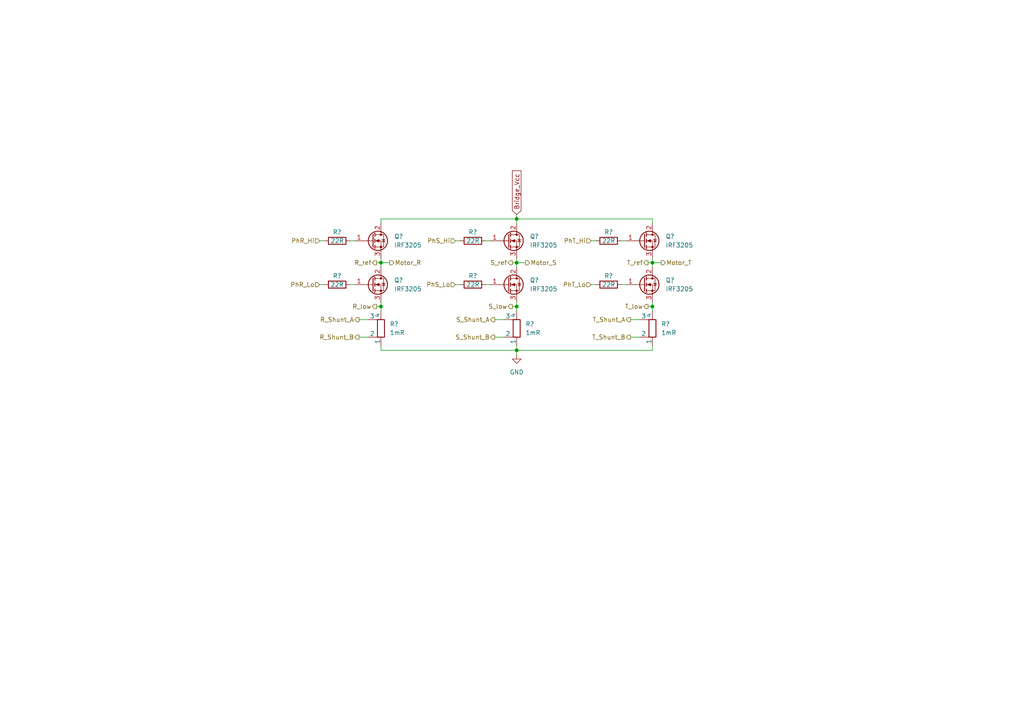
<source format=kicad_sch>
(kicad_sch (version 20211123) (generator eeschema)

  (uuid 7cdaa5eb-02f5-42c8-ab70-64101768442c)

  (paper "A4")

  (title_block
    (title "3 Phase Mosfet Bridge")
    (date "2023-02-12")
    (rev "v1")
    (comment 1 "Lecturer: Prof. Hacı Bodur")
    (comment 2 "Electrical Engineering course in Yildiz Technical University")
    (comment 3 "This design is for ELM4000 class which is graduation project on")
    (comment 4 "Author: Yunus Emre AYAN")
  )

  (lib_symbols
    (symbol "Device:R" (pin_numbers hide) (pin_names (offset 0)) (in_bom yes) (on_board yes)
      (property "Reference" "R" (id 0) (at 2.032 0 90)
        (effects (font (size 1.27 1.27)))
      )
      (property "Value" "R" (id 1) (at 0 0 90)
        (effects (font (size 1.27 1.27)))
      )
      (property "Footprint" "" (id 2) (at -1.778 0 90)
        (effects (font (size 1.27 1.27)) hide)
      )
      (property "Datasheet" "~" (id 3) (at 0 0 0)
        (effects (font (size 1.27 1.27)) hide)
      )
      (property "ki_keywords" "R res resistor" (id 4) (at 0 0 0)
        (effects (font (size 1.27 1.27)) hide)
      )
      (property "ki_description" "Resistor" (id 5) (at 0 0 0)
        (effects (font (size 1.27 1.27)) hide)
      )
      (property "ki_fp_filters" "R_*" (id 6) (at 0 0 0)
        (effects (font (size 1.27 1.27)) hide)
      )
      (symbol "R_0_1"
        (rectangle (start -1.016 -2.54) (end 1.016 2.54)
          (stroke (width 0.254) (type default) (color 0 0 0 0))
          (fill (type none))
        )
      )
      (symbol "R_1_1"
        (pin passive line (at 0 3.81 270) (length 1.27)
          (name "~" (effects (font (size 1.27 1.27))))
          (number "1" (effects (font (size 1.27 1.27))))
        )
        (pin passive line (at 0 -3.81 90) (length 1.27)
          (name "~" (effects (font (size 1.27 1.27))))
          (number "2" (effects (font (size 1.27 1.27))))
        )
      )
    )
    (symbol "Device:R_Shunt" (pin_numbers hide) (pin_names (offset 0)) (in_bom yes) (on_board yes)
      (property "Reference" "R" (id 0) (at -4.445 0 90)
        (effects (font (size 1.27 1.27)))
      )
      (property "Value" "R_Shunt" (id 1) (at -2.54 0 90)
        (effects (font (size 1.27 1.27)))
      )
      (property "Footprint" "" (id 2) (at -1.778 0 90)
        (effects (font (size 1.27 1.27)) hide)
      )
      (property "Datasheet" "~" (id 3) (at 0 0 0)
        (effects (font (size 1.27 1.27)) hide)
      )
      (property "ki_keywords" "R res shunt resistor" (id 4) (at 0 0 0)
        (effects (font (size 1.27 1.27)) hide)
      )
      (property "ki_description" "Shunt resistor" (id 5) (at 0 0 0)
        (effects (font (size 1.27 1.27)) hide)
      )
      (property "ki_fp_filters" "R_*Shunt*" (id 6) (at 0 0 0)
        (effects (font (size 1.27 1.27)) hide)
      )
      (symbol "R_Shunt_0_1"
        (rectangle (start -1.016 -2.54) (end 1.016 2.54)
          (stroke (width 0.254) (type default) (color 0 0 0 0))
          (fill (type none))
        )
        (polyline
          (pts
            (xy 0 -2.54)
            (xy 1.27 -2.54)
          )
          (stroke (width 0) (type default) (color 0 0 0 0))
          (fill (type none))
        )
        (polyline
          (pts
            (xy 1.27 2.54)
            (xy 0 2.54)
          )
          (stroke (width 0) (type default) (color 0 0 0 0))
          (fill (type none))
        )
      )
      (symbol "R_Shunt_1_1"
        (pin passive line (at 0 5.08 270) (length 2.54)
          (name "1" (effects (font (size 1.27 1.27))))
          (number "1" (effects (font (size 1.27 1.27))))
        )
        (pin passive line (at 3.81 2.54 180) (length 2.54)
          (name "2" (effects (font (size 1.27 1.27))))
          (number "2" (effects (font (size 1.27 1.27))))
        )
        (pin passive line (at 3.81 -2.54 180) (length 2.54)
          (name "3" (effects (font (size 1.27 1.27))))
          (number "3" (effects (font (size 1.27 1.27))))
        )
        (pin passive line (at 0 -5.08 90) (length 2.54)
          (name "4" (effects (font (size 1.27 1.27))))
          (number "4" (effects (font (size 1.27 1.27))))
        )
      )
    )
    (symbol "Transistor_FET:IRF3205" (pin_names hide) (in_bom yes) (on_board yes)
      (property "Reference" "Q" (id 0) (at 6.35 1.905 0)
        (effects (font (size 1.27 1.27)) (justify left))
      )
      (property "Value" "IRF3205" (id 1) (at 6.35 0 0)
        (effects (font (size 1.27 1.27)) (justify left))
      )
      (property "Footprint" "Package_TO_SOT_THT:TO-220-3_Vertical" (id 2) (at 6.35 -1.905 0)
        (effects (font (size 1.27 1.27) italic) (justify left) hide)
      )
      (property "Datasheet" "http://www.irf.com/product-info/datasheets/data/irf3205.pdf" (id 3) (at 0 0 0)
        (effects (font (size 1.27 1.27)) (justify left) hide)
      )
      (property "ki_keywords" "Single N-Channel HEXFET Power MOSFET" (id 4) (at 0 0 0)
        (effects (font (size 1.27 1.27)) hide)
      )
      (property "ki_description" "110A Id, 55V Vds, Single N-Channel HEXFET Power MOSFET, 8mOhm Ron, TO-220AB" (id 5) (at 0 0 0)
        (effects (font (size 1.27 1.27)) hide)
      )
      (property "ki_fp_filters" "TO?220*" (id 6) (at 0 0 0)
        (effects (font (size 1.27 1.27)) hide)
      )
      (symbol "IRF3205_0_1"
        (polyline
          (pts
            (xy 0.254 0)
            (xy -2.54 0)
          )
          (stroke (width 0) (type default) (color 0 0 0 0))
          (fill (type none))
        )
        (polyline
          (pts
            (xy 0.254 1.905)
            (xy 0.254 -1.905)
          )
          (stroke (width 0.254) (type default) (color 0 0 0 0))
          (fill (type none))
        )
        (polyline
          (pts
            (xy 0.762 -1.27)
            (xy 0.762 -2.286)
          )
          (stroke (width 0.254) (type default) (color 0 0 0 0))
          (fill (type none))
        )
        (polyline
          (pts
            (xy 0.762 0.508)
            (xy 0.762 -0.508)
          )
          (stroke (width 0.254) (type default) (color 0 0 0 0))
          (fill (type none))
        )
        (polyline
          (pts
            (xy 0.762 2.286)
            (xy 0.762 1.27)
          )
          (stroke (width 0.254) (type default) (color 0 0 0 0))
          (fill (type none))
        )
        (polyline
          (pts
            (xy 2.54 2.54)
            (xy 2.54 1.778)
          )
          (stroke (width 0) (type default) (color 0 0 0 0))
          (fill (type none))
        )
        (polyline
          (pts
            (xy 2.54 -2.54)
            (xy 2.54 0)
            (xy 0.762 0)
          )
          (stroke (width 0) (type default) (color 0 0 0 0))
          (fill (type none))
        )
        (polyline
          (pts
            (xy 0.762 -1.778)
            (xy 3.302 -1.778)
            (xy 3.302 1.778)
            (xy 0.762 1.778)
          )
          (stroke (width 0) (type default) (color 0 0 0 0))
          (fill (type none))
        )
        (polyline
          (pts
            (xy 1.016 0)
            (xy 2.032 0.381)
            (xy 2.032 -0.381)
            (xy 1.016 0)
          )
          (stroke (width 0) (type default) (color 0 0 0 0))
          (fill (type outline))
        )
        (polyline
          (pts
            (xy 2.794 0.508)
            (xy 2.921 0.381)
            (xy 3.683 0.381)
            (xy 3.81 0.254)
          )
          (stroke (width 0) (type default) (color 0 0 0 0))
          (fill (type none))
        )
        (polyline
          (pts
            (xy 3.302 0.381)
            (xy 2.921 -0.254)
            (xy 3.683 -0.254)
            (xy 3.302 0.381)
          )
          (stroke (width 0) (type default) (color 0 0 0 0))
          (fill (type none))
        )
        (circle (center 1.651 0) (radius 2.794)
          (stroke (width 0.254) (type default) (color 0 0 0 0))
          (fill (type none))
        )
        (circle (center 2.54 -1.778) (radius 0.254)
          (stroke (width 0) (type default) (color 0 0 0 0))
          (fill (type outline))
        )
        (circle (center 2.54 1.778) (radius 0.254)
          (stroke (width 0) (type default) (color 0 0 0 0))
          (fill (type outline))
        )
      )
      (symbol "IRF3205_1_1"
        (pin input line (at -5.08 0 0) (length 2.54)
          (name "G" (effects (font (size 1.27 1.27))))
          (number "1" (effects (font (size 1.27 1.27))))
        )
        (pin passive line (at 2.54 5.08 270) (length 2.54)
          (name "D" (effects (font (size 1.27 1.27))))
          (number "2" (effects (font (size 1.27 1.27))))
        )
        (pin passive line (at 2.54 -5.08 90) (length 2.54)
          (name "S" (effects (font (size 1.27 1.27))))
          (number "3" (effects (font (size 1.27 1.27))))
        )
      )
    )
    (symbol "power:GND" (power) (pin_names (offset 0)) (in_bom yes) (on_board yes)
      (property "Reference" "#PWR" (id 0) (at 0 -6.35 0)
        (effects (font (size 1.27 1.27)) hide)
      )
      (property "Value" "GND" (id 1) (at 0 -3.81 0)
        (effects (font (size 1.27 1.27)))
      )
      (property "Footprint" "" (id 2) (at 0 0 0)
        (effects (font (size 1.27 1.27)) hide)
      )
      (property "Datasheet" "" (id 3) (at 0 0 0)
        (effects (font (size 1.27 1.27)) hide)
      )
      (property "ki_keywords" "global power" (id 4) (at 0 0 0)
        (effects (font (size 1.27 1.27)) hide)
      )
      (property "ki_description" "Power symbol creates a global label with name \"GND\" , ground" (id 5) (at 0 0 0)
        (effects (font (size 1.27 1.27)) hide)
      )
      (symbol "GND_0_1"
        (polyline
          (pts
            (xy 0 0)
            (xy 0 -1.27)
            (xy 1.27 -1.27)
            (xy 0 -2.54)
            (xy -1.27 -1.27)
            (xy 0 -1.27)
          )
          (stroke (width 0) (type default) (color 0 0 0 0))
          (fill (type none))
        )
      )
      (symbol "GND_1_1"
        (pin power_in line (at 0 0 270) (length 0) hide
          (name "GND" (effects (font (size 1.27 1.27))))
          (number "1" (effects (font (size 1.27 1.27))))
        )
      )
    )
  )

  (junction (at 149.86 76.2) (diameter 0) (color 0 0 0 0)
    (uuid 03cc46ed-cc4d-4b6b-9676-48eaca432817)
  )
  (junction (at 149.86 88.9) (diameter 0) (color 0 0 0 0)
    (uuid 29fc747f-9bf3-4533-b42b-59d72c60109c)
  )
  (junction (at 189.23 88.9) (diameter 0) (color 0 0 0 0)
    (uuid 6bc84a94-6156-4b7b-a8d8-49a3c78ddd4b)
  )
  (junction (at 110.49 88.9) (diameter 0) (color 0 0 0 0)
    (uuid 96d551f3-5602-4adc-8464-2acc35285e64)
  )
  (junction (at 110.49 76.2) (diameter 0) (color 0 0 0 0)
    (uuid 9970e22c-7133-4270-80eb-d7f95dc26c94)
  )
  (junction (at 149.86 63.5) (diameter 0) (color 0 0 0 0)
    (uuid b416bc8a-64ce-450a-abdb-6cf7b7de732c)
  )
  (junction (at 189.23 76.2) (diameter 0) (color 0 0 0 0)
    (uuid dde62dea-a9f1-4204-ae2c-2d937a8160fe)
  )
  (junction (at 149.86 101.6) (diameter 0) (color 0 0 0 0)
    (uuid f64f78ae-4b6a-43df-a09d-0b44cb95ba6d)
  )

  (wire (pts (xy 149.86 88.9) (xy 149.86 90.17))
    (stroke (width 0) (type default) (color 0 0 0 0))
    (uuid 04c69ecb-fcd9-4636-b539-fbc4656b93bd)
  )
  (wire (pts (xy 189.23 64.77) (xy 189.23 63.5))
    (stroke (width 0) (type default) (color 0 0 0 0))
    (uuid 0c11916b-37fd-4b41-8e2a-0f62b7013026)
  )
  (wire (pts (xy 110.49 76.2) (xy 113.03 76.2))
    (stroke (width 0) (type default) (color 0 0 0 0))
    (uuid 0c9da9e6-8dd7-4af6-826d-c260236ad222)
  )
  (wire (pts (xy 104.14 92.71) (xy 106.68 92.71))
    (stroke (width 0) (type default) (color 0 0 0 0))
    (uuid 159f715c-b21b-4c60-9b94-e9bf42a912e1)
  )
  (wire (pts (xy 143.51 97.79) (xy 146.05 97.79))
    (stroke (width 0) (type default) (color 0 0 0 0))
    (uuid 19175743-36a0-4010-a944-17c727f177e2)
  )
  (wire (pts (xy 140.97 82.55) (xy 142.24 82.55))
    (stroke (width 0) (type default) (color 0 0 0 0))
    (uuid 1d99a093-943f-47fb-9384-3cc5cfca16be)
  )
  (wire (pts (xy 110.49 74.93) (xy 110.49 76.2))
    (stroke (width 0) (type default) (color 0 0 0 0))
    (uuid 2171286c-4d10-4679-96dd-50f7417857e9)
  )
  (wire (pts (xy 109.22 88.9) (xy 110.49 88.9))
    (stroke (width 0) (type default) (color 0 0 0 0))
    (uuid 2b79cf32-a8bd-412d-99bf-f897947e8201)
  )
  (wire (pts (xy 149.86 63.5) (xy 189.23 63.5))
    (stroke (width 0) (type default) (color 0 0 0 0))
    (uuid 2ce1a18f-0129-4e58-a01f-bde494c2d826)
  )
  (wire (pts (xy 143.51 92.71) (xy 146.05 92.71))
    (stroke (width 0) (type default) (color 0 0 0 0))
    (uuid 2ceff25f-651a-468c-a6a2-f35fae89c201)
  )
  (wire (pts (xy 171.45 82.55) (xy 172.72 82.55))
    (stroke (width 0) (type default) (color 0 0 0 0))
    (uuid 2d052392-0a9e-4a95-90c2-97a0d3eb9b97)
  )
  (wire (pts (xy 148.59 76.2) (xy 149.86 76.2))
    (stroke (width 0) (type default) (color 0 0 0 0))
    (uuid 340907cc-68c7-4238-8a43-407efa2034ad)
  )
  (wire (pts (xy 180.34 69.85) (xy 181.61 69.85))
    (stroke (width 0) (type default) (color 0 0 0 0))
    (uuid 36ba519e-1c0d-4218-8299-365aecce487e)
  )
  (wire (pts (xy 149.86 63.5) (xy 149.86 64.77))
    (stroke (width 0) (type default) (color 0 0 0 0))
    (uuid 3a148efb-8530-4a37-9ed1-f218c0d708d7)
  )
  (wire (pts (xy 148.59 88.9) (xy 149.86 88.9))
    (stroke (width 0) (type default) (color 0 0 0 0))
    (uuid 3bf3dde1-589b-4bf4-be4b-8d5bf4acc421)
  )
  (wire (pts (xy 189.23 76.2) (xy 189.23 77.47))
    (stroke (width 0) (type default) (color 0 0 0 0))
    (uuid 41e39e92-69f5-4652-b7d7-6b4b1afd8ae3)
  )
  (wire (pts (xy 149.86 74.93) (xy 149.86 76.2))
    (stroke (width 0) (type default) (color 0 0 0 0))
    (uuid 4cf71e65-6e88-452f-b072-e8211af1b00f)
  )
  (wire (pts (xy 110.49 88.9) (xy 110.49 90.17))
    (stroke (width 0) (type default) (color 0 0 0 0))
    (uuid 58b20c2c-363c-477f-8c42-f64bbc7f34e2)
  )
  (wire (pts (xy 149.86 101.6) (xy 189.23 101.6))
    (stroke (width 0) (type default) (color 0 0 0 0))
    (uuid 71e070a3-ba9c-4fd1-bf5c-321438484684)
  )
  (wire (pts (xy 149.86 62.23) (xy 149.86 63.5))
    (stroke (width 0) (type default) (color 0 0 0 0))
    (uuid 72105a42-fa26-4f88-a37b-c8345d77652d)
  )
  (wire (pts (xy 187.96 76.2) (xy 189.23 76.2))
    (stroke (width 0) (type default) (color 0 0 0 0))
    (uuid 727384cc-069b-43a9-a889-a99ccd54a498)
  )
  (wire (pts (xy 132.08 69.85) (xy 133.35 69.85))
    (stroke (width 0) (type default) (color 0 0 0 0))
    (uuid 760c152f-2642-4d9b-bbf8-c664b5e823bf)
  )
  (wire (pts (xy 109.22 76.2) (xy 110.49 76.2))
    (stroke (width 0) (type default) (color 0 0 0 0))
    (uuid 76662a0e-1a13-4c5c-a05b-bf9b49318a10)
  )
  (wire (pts (xy 92.71 82.55) (xy 93.98 82.55))
    (stroke (width 0) (type default) (color 0 0 0 0))
    (uuid 86970ac0-83a3-45ed-b9d7-3c64a980dc9f)
  )
  (wire (pts (xy 101.6 69.85) (xy 102.87 69.85))
    (stroke (width 0) (type default) (color 0 0 0 0))
    (uuid 87b4a3e4-d84b-44ed-9848-d753906bd98c)
  )
  (wire (pts (xy 189.23 74.93) (xy 189.23 76.2))
    (stroke (width 0) (type default) (color 0 0 0 0))
    (uuid 8facf5a0-a5d5-44e5-a0c3-e805095eec4d)
  )
  (wire (pts (xy 189.23 88.9) (xy 189.23 90.17))
    (stroke (width 0) (type default) (color 0 0 0 0))
    (uuid 99a4dd60-8f8f-4d76-af2b-01045f09064d)
  )
  (wire (pts (xy 187.96 88.9) (xy 189.23 88.9))
    (stroke (width 0) (type default) (color 0 0 0 0))
    (uuid 9daa5874-3fc9-498f-b51b-a33c5bfba078)
  )
  (wire (pts (xy 110.49 64.77) (xy 110.49 63.5))
    (stroke (width 0) (type default) (color 0 0 0 0))
    (uuid a105950b-df10-4e15-a3ff-a3239f744f9a)
  )
  (wire (pts (xy 101.6 82.55) (xy 102.87 82.55))
    (stroke (width 0) (type default) (color 0 0 0 0))
    (uuid a61537de-c2ca-486f-bee7-e56fcc7d2e4a)
  )
  (wire (pts (xy 149.86 87.63) (xy 149.86 88.9))
    (stroke (width 0) (type default) (color 0 0 0 0))
    (uuid aa2630d0-f693-4c9a-a6c6-84e4ebba1d14)
  )
  (wire (pts (xy 149.86 101.6) (xy 149.86 102.87))
    (stroke (width 0) (type default) (color 0 0 0 0))
    (uuid ab92fcbf-52b1-48d0-983c-0a44477afa7e)
  )
  (wire (pts (xy 189.23 100.33) (xy 189.23 101.6))
    (stroke (width 0) (type default) (color 0 0 0 0))
    (uuid b05cf9d7-a2d8-459a-ae60-5eaf0a5f457b)
  )
  (wire (pts (xy 182.88 97.79) (xy 185.42 97.79))
    (stroke (width 0) (type default) (color 0 0 0 0))
    (uuid b24f857f-0682-483d-8e10-61e1b877c280)
  )
  (wire (pts (xy 110.49 63.5) (xy 149.86 63.5))
    (stroke (width 0) (type default) (color 0 0 0 0))
    (uuid b45c4d29-35e4-402a-9a3f-1f0bc7acf486)
  )
  (wire (pts (xy 140.97 69.85) (xy 142.24 69.85))
    (stroke (width 0) (type default) (color 0 0 0 0))
    (uuid c7216abb-a55c-40d3-be75-3119865df180)
  )
  (wire (pts (xy 149.86 100.33) (xy 149.86 101.6))
    (stroke (width 0) (type default) (color 0 0 0 0))
    (uuid cb9ad900-8376-43d0-a451-268af4cc9f61)
  )
  (wire (pts (xy 92.71 69.85) (xy 93.98 69.85))
    (stroke (width 0) (type default) (color 0 0 0 0))
    (uuid cbfda42d-dd83-4c2e-9552-6bc6e8ce1480)
  )
  (wire (pts (xy 189.23 87.63) (xy 189.23 88.9))
    (stroke (width 0) (type default) (color 0 0 0 0))
    (uuid cdee2ec7-5b43-48e3-956a-53934f329542)
  )
  (wire (pts (xy 171.45 69.85) (xy 172.72 69.85))
    (stroke (width 0) (type default) (color 0 0 0 0))
    (uuid d093c421-187c-4c85-b004-25eb513b9504)
  )
  (wire (pts (xy 110.49 76.2) (xy 110.49 77.47))
    (stroke (width 0) (type default) (color 0 0 0 0))
    (uuid d97b9446-4b02-40e0-b288-5841902bf86d)
  )
  (wire (pts (xy 104.14 97.79) (xy 106.68 97.79))
    (stroke (width 0) (type default) (color 0 0 0 0))
    (uuid db5b0ba4-ad33-49ce-9589-4c6e742f4d4b)
  )
  (wire (pts (xy 132.08 82.55) (xy 133.35 82.55))
    (stroke (width 0) (type default) (color 0 0 0 0))
    (uuid dd33dd3d-e283-47b0-83cc-2fc4efde97e1)
  )
  (wire (pts (xy 180.34 82.55) (xy 181.61 82.55))
    (stroke (width 0) (type default) (color 0 0 0 0))
    (uuid dfd462b1-3742-4122-b520-ad581f813733)
  )
  (wire (pts (xy 149.86 76.2) (xy 149.86 77.47))
    (stroke (width 0) (type default) (color 0 0 0 0))
    (uuid e1b8edc2-b8c1-499f-95de-44e90e48dd88)
  )
  (wire (pts (xy 149.86 76.2) (xy 152.4 76.2))
    (stroke (width 0) (type default) (color 0 0 0 0))
    (uuid e7ab8151-7227-4e32-b114-02912401d49c)
  )
  (wire (pts (xy 110.49 87.63) (xy 110.49 88.9))
    (stroke (width 0) (type default) (color 0 0 0 0))
    (uuid e8816421-61ef-4055-b7f3-c222e1c8df43)
  )
  (wire (pts (xy 110.49 100.33) (xy 110.49 101.6))
    (stroke (width 0) (type default) (color 0 0 0 0))
    (uuid ed21870c-b9c4-48ba-8869-b14c45589dcd)
  )
  (wire (pts (xy 110.49 101.6) (xy 149.86 101.6))
    (stroke (width 0) (type default) (color 0 0 0 0))
    (uuid ed29cee3-3028-4719-9c26-f93a063b15e6)
  )
  (wire (pts (xy 182.88 92.71) (xy 185.42 92.71))
    (stroke (width 0) (type default) (color 0 0 0 0))
    (uuid f17ce7f4-be2f-4ff3-8a54-0b27ba478ff8)
  )
  (wire (pts (xy 189.23 76.2) (xy 191.77 76.2))
    (stroke (width 0) (type default) (color 0 0 0 0))
    (uuid fd2538fa-81d4-45f3-a3e0-adbcc98a0971)
  )

  (global_label "Bridge_Vcc" (shape input) (at 149.86 62.23 90) (fields_autoplaced)
    (effects (font (size 1.27 1.27)) (justify left))
    (uuid cd780e7c-9dbd-4962-8c55-92ee01586d47)
    (property "Intersheet References" "${INTERSHEET_REFS}" (id 0) (at 149.7806 49.5359 90)
      (effects (font (size 1.27 1.27)) (justify left) hide)
    )
  )

  (hierarchical_label "T_Shunt_B" (shape output) (at 182.88 97.79 180)
    (effects (font (size 1.27 1.27)) (justify right))
    (uuid 08cad220-86e2-45cd-8c6a-c811c839d47f)
  )
  (hierarchical_label "PhR_Lo" (shape input) (at 92.71 82.55 180)
    (effects (font (size 1.27 1.27)) (justify right))
    (uuid 2666da2e-0d3f-4eb5-bd4d-9e369d7c93ae)
  )
  (hierarchical_label "PhS_Lo" (shape input) (at 132.08 82.55 180)
    (effects (font (size 1.27 1.27)) (justify right))
    (uuid 2e0469cb-9b8e-450a-b580-9f313df8e3bc)
  )
  (hierarchical_label "R_Shunt_B" (shape output) (at 104.14 97.79 180)
    (effects (font (size 1.27 1.27)) (justify right))
    (uuid 2fd8c4e3-a674-40cb-bbf7-050d9b7de646)
  )
  (hierarchical_label "PhS_Hi" (shape input) (at 132.08 69.85 180)
    (effects (font (size 1.27 1.27)) (justify right))
    (uuid 34517fff-362f-4b45-8e35-b4cea4cf11bf)
  )
  (hierarchical_label "S_Shunt_A" (shape output) (at 143.51 92.71 180)
    (effects (font (size 1.27 1.27)) (justify right))
    (uuid 3907a4db-afd5-4d36-8507-54ad5e375177)
  )
  (hierarchical_label "PhT_Hi" (shape input) (at 171.45 69.85 180)
    (effects (font (size 1.27 1.27)) (justify right))
    (uuid 3cba30bf-5d31-47a5-8981-6a39d4f97556)
  )
  (hierarchical_label "R_low" (shape output) (at 109.22 88.9 180)
    (effects (font (size 1.27 1.27)) (justify right))
    (uuid 49fb8f55-1109-4178-a1c8-604bd1c15e95)
  )
  (hierarchical_label "R_ref" (shape output) (at 109.22 76.2 180)
    (effects (font (size 1.27 1.27)) (justify right))
    (uuid 52947900-ce30-40eb-9d1a-5ea1ae649fa9)
  )
  (hierarchical_label "S_low" (shape output) (at 148.59 88.9 180)
    (effects (font (size 1.27 1.27)) (justify right))
    (uuid 6d7fc8ad-bce6-48e2-b69a-b19b7cb8ffd5)
  )
  (hierarchical_label "PhR_Hi" (shape input) (at 92.71 69.85 180)
    (effects (font (size 1.27 1.27)) (justify right))
    (uuid 99b9be66-00d1-43f7-acd6-9ec50b655f9c)
  )
  (hierarchical_label "R_Shunt_A" (shape output) (at 104.14 92.71 180)
    (effects (font (size 1.27 1.27)) (justify right))
    (uuid 9cbd71fb-f3f3-4037-b7a3-fe4139044b70)
  )
  (hierarchical_label "T_ref" (shape output) (at 187.96 76.2 180)
    (effects (font (size 1.27 1.27)) (justify right))
    (uuid b1666cd3-f73e-42a6-8b52-466663ee41c9)
  )
  (hierarchical_label "Motor_S" (shape output) (at 152.4 76.2 0)
    (effects (font (size 1.27 1.27)) (justify left))
    (uuid c9b18ebc-d297-4f98-8b4a-607ccb9dd1bb)
  )
  (hierarchical_label "T_low" (shape output) (at 187.96 88.9 180)
    (effects (font (size 1.27 1.27)) (justify right))
    (uuid caa69c0c-a766-4438-9b56-f4f311463be8)
  )
  (hierarchical_label "PhT_Lo" (shape input) (at 171.45 82.55 180)
    (effects (font (size 1.27 1.27)) (justify right))
    (uuid d28cd719-1beb-4997-892a-b33c527fe4e8)
  )
  (hierarchical_label "Motor_R" (shape output) (at 113.03 76.2 0)
    (effects (font (size 1.27 1.27)) (justify left))
    (uuid d68b549b-646d-47b9-9f35-872fc5d880bd)
  )
  (hierarchical_label "S_ref" (shape output) (at 148.59 76.2 180)
    (effects (font (size 1.27 1.27)) (justify right))
    (uuid dadf5683-446b-406d-8b11-516040c9389a)
  )
  (hierarchical_label "T_Shunt_A" (shape output) (at 182.88 92.71 180)
    (effects (font (size 1.27 1.27)) (justify right))
    (uuid e87994d9-92e9-4d06-9054-c9ebe0ed9197)
  )
  (hierarchical_label "Motor_T" (shape output) (at 191.77 76.2 0)
    (effects (font (size 1.27 1.27)) (justify left))
    (uuid fd9c67da-80f7-49e1-9617-03404f0c3d26)
  )
  (hierarchical_label "S_Shunt_B" (shape output) (at 143.51 97.79 180)
    (effects (font (size 1.27 1.27)) (justify right))
    (uuid fde9ba9e-c33f-48ea-9c56-61fe455597e5)
  )

  (symbol (lib_id "power:GND") (at 149.86 102.87 0) (unit 1)
    (in_bom yes) (on_board yes) (fields_autoplaced)
    (uuid 32a0cf85-c17a-4c1b-aab9-c5d5db67ed2f)
    (property "Reference" "#PWR?" (id 0) (at 149.86 109.22 0)
      (effects (font (size 1.27 1.27)) hide)
    )
    (property "Value" "GND" (id 1) (at 149.86 107.95 0))
    (property "Footprint" "" (id 2) (at 149.86 102.87 0)
      (effects (font (size 1.27 1.27)) hide)
    )
    (property "Datasheet" "" (id 3) (at 149.86 102.87 0)
      (effects (font (size 1.27 1.27)) hide)
    )
    (pin "1" (uuid 0a6fde20-60b8-4aeb-9cfc-fdb012f963af))
  )

  (symbol (lib_id "Device:R") (at 176.53 69.85 90) (unit 1)
    (in_bom yes) (on_board yes)
    (uuid 437504d0-7402-4d44-add3-bc6775fbf382)
    (property "Reference" "R?" (id 0) (at 176.53 67.31 90))
    (property "Value" "22R" (id 1) (at 176.53 69.85 90))
    (property "Footprint" "" (id 2) (at 176.53 71.628 90)
      (effects (font (size 1.27 1.27)) hide)
    )
    (property "Datasheet" "~" (id 3) (at 176.53 69.85 0)
      (effects (font (size 1.27 1.27)) hide)
    )
    (pin "1" (uuid 2661328c-e7e6-4218-8bab-2303f22a57f9))
    (pin "2" (uuid c47cbe3c-262f-42cd-ad8e-63b6fe0c99a0))
  )

  (symbol (lib_id "Device:R") (at 97.79 69.85 90) (unit 1)
    (in_bom yes) (on_board yes)
    (uuid 63d653e2-3d94-4df3-b3c7-f069a7c81831)
    (property "Reference" "R?" (id 0) (at 97.79 67.31 90))
    (property "Value" "22R" (id 1) (at 97.79 69.85 90))
    (property "Footprint" "" (id 2) (at 97.79 71.628 90)
      (effects (font (size 1.27 1.27)) hide)
    )
    (property "Datasheet" "~" (id 3) (at 97.79 69.85 0)
      (effects (font (size 1.27 1.27)) hide)
    )
    (pin "1" (uuid 838d48fb-34bb-46c7-83a6-976838147e46))
    (pin "2" (uuid 2e5cea88-6811-4e40-b08f-966b3c79ebec))
  )

  (symbol (lib_id "Transistor_FET:IRF3205") (at 186.69 82.55 0) (unit 1)
    (in_bom yes) (on_board yes) (fields_autoplaced)
    (uuid 727eaed6-a39c-4d81-ad7e-958a272c7265)
    (property "Reference" "Q?" (id 0) (at 193.04 81.2799 0)
      (effects (font (size 1.27 1.27)) (justify left))
    )
    (property "Value" "IRF3205" (id 1) (at 193.04 83.8199 0)
      (effects (font (size 1.27 1.27)) (justify left))
    )
    (property "Footprint" "Package_TO_SOT_THT:TO-220-3_Vertical" (id 2) (at 193.04 84.455 0)
      (effects (font (size 1.27 1.27) italic) (justify left) hide)
    )
    (property "Datasheet" "http://www.irf.com/product-info/datasheets/data/irf3205.pdf" (id 3) (at 186.69 82.55 0)
      (effects (font (size 1.27 1.27)) (justify left) hide)
    )
    (pin "1" (uuid fbaa77a4-99d1-453a-a4e3-297baff5cf4c))
    (pin "2" (uuid 5490180a-93d7-41b3-a83f-721f1d360340))
    (pin "3" (uuid 4e36c36c-b205-4bdf-9a44-0f8cb1d09da1))
  )

  (symbol (lib_id "Device:R") (at 176.53 82.55 90) (unit 1)
    (in_bom yes) (on_board yes)
    (uuid 74b0507c-b1c9-4ccc-8b1a-86258bcec37b)
    (property "Reference" "R?" (id 0) (at 176.53 80.01 90))
    (property "Value" "22R" (id 1) (at 176.53 82.55 90))
    (property "Footprint" "" (id 2) (at 176.53 84.328 90)
      (effects (font (size 1.27 1.27)) hide)
    )
    (property "Datasheet" "~" (id 3) (at 176.53 82.55 0)
      (effects (font (size 1.27 1.27)) hide)
    )
    (pin "1" (uuid 24ae5c56-a905-441e-94f4-f31f14ffa142))
    (pin "2" (uuid b28050cf-c9be-43d2-be18-89f65c2a9d0c))
  )

  (symbol (lib_id "Transistor_FET:IRF3205") (at 147.32 82.55 0) (unit 1)
    (in_bom yes) (on_board yes) (fields_autoplaced)
    (uuid 76a4da2e-891c-45ac-b93a-b371a9c4a670)
    (property "Reference" "Q?" (id 0) (at 153.67 81.2799 0)
      (effects (font (size 1.27 1.27)) (justify left))
    )
    (property "Value" "IRF3205" (id 1) (at 153.67 83.8199 0)
      (effects (font (size 1.27 1.27)) (justify left))
    )
    (property "Footprint" "Package_TO_SOT_THT:TO-220-3_Vertical" (id 2) (at 153.67 84.455 0)
      (effects (font (size 1.27 1.27) italic) (justify left) hide)
    )
    (property "Datasheet" "http://www.irf.com/product-info/datasheets/data/irf3205.pdf" (id 3) (at 147.32 82.55 0)
      (effects (font (size 1.27 1.27)) (justify left) hide)
    )
    (pin "1" (uuid 5dde60fb-ae60-40d3-ac92-270e4b7d0b60))
    (pin "2" (uuid cf8f2310-9c1b-45ea-b2a2-1c6e79cd46ef))
    (pin "3" (uuid 530a6a30-973e-4763-afc0-530436f10e52))
  )

  (symbol (lib_id "Device:R_Shunt") (at 189.23 95.25 180) (unit 1)
    (in_bom yes) (on_board yes) (fields_autoplaced)
    (uuid 83671dfa-6aff-46c7-adf2-c856ebaa6048)
    (property "Reference" "R?" (id 0) (at 191.77 93.9799 0)
      (effects (font (size 1.27 1.27)) (justify right))
    )
    (property "Value" "1mR" (id 1) (at 191.77 96.5199 0)
      (effects (font (size 1.27 1.27)) (justify right))
    )
    (property "Footprint" "" (id 2) (at 191.008 95.25 90)
      (effects (font (size 1.27 1.27)) hide)
    )
    (property "Datasheet" "~" (id 3) (at 189.23 95.25 0)
      (effects (font (size 1.27 1.27)) hide)
    )
    (pin "1" (uuid 352f2f61-4505-495c-9f12-5c735c6244dc))
    (pin "2" (uuid c3c09de5-7cc5-4242-abfa-89e3122964d5))
    (pin "3" (uuid 9edfe4c1-7e22-4d91-975f-1a899f764079))
    (pin "4" (uuid ad6d8d5c-72ce-4f9f-8d97-5bcbd65ddddf))
  )

  (symbol (lib_id "Transistor_FET:IRF3205") (at 107.95 82.55 0) (unit 1)
    (in_bom yes) (on_board yes) (fields_autoplaced)
    (uuid 86a9597e-2528-4d0a-a6e3-6babbe0ddb98)
    (property "Reference" "Q?" (id 0) (at 114.3 81.2799 0)
      (effects (font (size 1.27 1.27)) (justify left))
    )
    (property "Value" "IRF3205" (id 1) (at 114.3 83.8199 0)
      (effects (font (size 1.27 1.27)) (justify left))
    )
    (property "Footprint" "Package_TO_SOT_THT:TO-220-3_Vertical" (id 2) (at 114.3 84.455 0)
      (effects (font (size 1.27 1.27) italic) (justify left) hide)
    )
    (property "Datasheet" "http://www.irf.com/product-info/datasheets/data/irf3205.pdf" (id 3) (at 107.95 82.55 0)
      (effects (font (size 1.27 1.27)) (justify left) hide)
    )
    (pin "1" (uuid f67f5702-e635-4220-b8eb-89709dba9223))
    (pin "2" (uuid cb4de90a-5d2f-4f09-a999-7eab67a94979))
    (pin "3" (uuid 84c3f362-50a6-425b-90c3-43cbd3f0b6e1))
  )

  (symbol (lib_id "Device:R_Shunt") (at 149.86 95.25 180) (unit 1)
    (in_bom yes) (on_board yes) (fields_autoplaced)
    (uuid 8ddf4d76-09a8-4107-afdf-3a16a454e923)
    (property "Reference" "R?" (id 0) (at 152.4 93.9799 0)
      (effects (font (size 1.27 1.27)) (justify right))
    )
    (property "Value" "1mR" (id 1) (at 152.4 96.5199 0)
      (effects (font (size 1.27 1.27)) (justify right))
    )
    (property "Footprint" "" (id 2) (at 151.638 95.25 90)
      (effects (font (size 1.27 1.27)) hide)
    )
    (property "Datasheet" "~" (id 3) (at 149.86 95.25 0)
      (effects (font (size 1.27 1.27)) hide)
    )
    (pin "1" (uuid 69a74f3b-f813-4835-8af8-4a0986752fd8))
    (pin "2" (uuid 906766c4-f11e-471c-933a-4514f2e75f03))
    (pin "3" (uuid 14f1a57a-5121-49cb-abc9-e2ae77a3f56b))
    (pin "4" (uuid fee12669-8876-4422-ae3c-db4ded3fa7ad))
  )

  (symbol (lib_id "Transistor_FET:IRF3205") (at 147.32 69.85 0) (unit 1)
    (in_bom yes) (on_board yes) (fields_autoplaced)
    (uuid b296017a-c0fe-4ccc-a4c9-8cbb80789bbe)
    (property "Reference" "Q?" (id 0) (at 153.67 68.5799 0)
      (effects (font (size 1.27 1.27)) (justify left))
    )
    (property "Value" "IRF3205" (id 1) (at 153.67 71.1199 0)
      (effects (font (size 1.27 1.27)) (justify left))
    )
    (property "Footprint" "Package_TO_SOT_THT:TO-220-3_Vertical" (id 2) (at 153.67 71.755 0)
      (effects (font (size 1.27 1.27) italic) (justify left) hide)
    )
    (property "Datasheet" "http://www.irf.com/product-info/datasheets/data/irf3205.pdf" (id 3) (at 147.32 69.85 0)
      (effects (font (size 1.27 1.27)) (justify left) hide)
    )
    (pin "1" (uuid 9982bcf4-f445-44e8-8774-6e94732a1e9a))
    (pin "2" (uuid d9177c71-bba2-4946-8007-27c3f37c4a70))
    (pin "3" (uuid cb31b0e3-5959-4225-8b16-1f828cdca460))
  )

  (symbol (lib_id "Transistor_FET:IRF3205") (at 107.95 69.85 0) (unit 1)
    (in_bom yes) (on_board yes) (fields_autoplaced)
    (uuid bb3b9c19-9fd1-4371-a5cb-6fc6fee83381)
    (property "Reference" "Q?" (id 0) (at 114.3 68.5799 0)
      (effects (font (size 1.27 1.27)) (justify left))
    )
    (property "Value" "IRF3205" (id 1) (at 114.3 71.1199 0)
      (effects (font (size 1.27 1.27)) (justify left))
    )
    (property "Footprint" "Package_TO_SOT_THT:TO-220-3_Vertical" (id 2) (at 114.3 71.755 0)
      (effects (font (size 1.27 1.27) italic) (justify left) hide)
    )
    (property "Datasheet" "http://www.irf.com/product-info/datasheets/data/irf3205.pdf" (id 3) (at 107.95 69.85 0)
      (effects (font (size 1.27 1.27)) (justify left) hide)
    )
    (pin "1" (uuid 91fe972f-24e9-4f8a-9bf1-8cd831a253e3))
    (pin "2" (uuid 06e182b4-4e5a-4899-a98b-5ebed49c0cef))
    (pin "3" (uuid 26dd3435-30cd-4af0-a719-7052fa323940))
  )

  (symbol (lib_id "Device:R") (at 137.16 82.55 90) (unit 1)
    (in_bom yes) (on_board yes)
    (uuid cac9e0b7-19ce-4935-9808-9f0321e8ccd1)
    (property "Reference" "R?" (id 0) (at 137.16 80.01 90))
    (property "Value" "22R" (id 1) (at 137.16 82.55 90))
    (property "Footprint" "" (id 2) (at 137.16 84.328 90)
      (effects (font (size 1.27 1.27)) hide)
    )
    (property "Datasheet" "~" (id 3) (at 137.16 82.55 0)
      (effects (font (size 1.27 1.27)) hide)
    )
    (pin "1" (uuid 9bc41d00-6d0c-4752-8598-9e3671c2fe67))
    (pin "2" (uuid ad6aeddc-99f3-4b60-965f-dc0f37b67181))
  )

  (symbol (lib_id "Device:R") (at 137.16 69.85 90) (unit 1)
    (in_bom yes) (on_board yes)
    (uuid cff55f86-5d91-4c39-9c97-41743ea44022)
    (property "Reference" "R?" (id 0) (at 137.16 67.31 90))
    (property "Value" "22R" (id 1) (at 137.16 69.85 90))
    (property "Footprint" "" (id 2) (at 137.16 71.628 90)
      (effects (font (size 1.27 1.27)) hide)
    )
    (property "Datasheet" "~" (id 3) (at 137.16 69.85 0)
      (effects (font (size 1.27 1.27)) hide)
    )
    (pin "1" (uuid 29c99eed-8496-4f3c-ac25-10ff6dab42d9))
    (pin "2" (uuid ed2f5754-c364-4272-b4fd-aad9406a8d8e))
  )

  (symbol (lib_id "Transistor_FET:IRF3205") (at 186.69 69.85 0) (unit 1)
    (in_bom yes) (on_board yes) (fields_autoplaced)
    (uuid d0ae0b21-68e8-4e1f-b4c2-73e84dba958c)
    (property "Reference" "Q?" (id 0) (at 193.04 68.5799 0)
      (effects (font (size 1.27 1.27)) (justify left))
    )
    (property "Value" "IRF3205" (id 1) (at 193.04 71.1199 0)
      (effects (font (size 1.27 1.27)) (justify left))
    )
    (property "Footprint" "Package_TO_SOT_THT:TO-220-3_Vertical" (id 2) (at 193.04 71.755 0)
      (effects (font (size 1.27 1.27) italic) (justify left) hide)
    )
    (property "Datasheet" "http://www.irf.com/product-info/datasheets/data/irf3205.pdf" (id 3) (at 186.69 69.85 0)
      (effects (font (size 1.27 1.27)) (justify left) hide)
    )
    (pin "1" (uuid 6087474f-dc9d-4164-ac3b-3248923edc86))
    (pin "2" (uuid ae882725-3b90-4713-a6b3-c59ccd7a7d58))
    (pin "3" (uuid 52b6f4b6-c5b8-464b-9d8b-b596e41f5d02))
  )

  (symbol (lib_id "Device:R_Shunt") (at 110.49 95.25 180) (unit 1)
    (in_bom yes) (on_board yes) (fields_autoplaced)
    (uuid e95dd63c-4207-4c90-8d6c-ff61c84bb4e8)
    (property "Reference" "R?" (id 0) (at 113.03 93.9799 0)
      (effects (font (size 1.27 1.27)) (justify right))
    )
    (property "Value" "1mR" (id 1) (at 113.03 96.5199 0)
      (effects (font (size 1.27 1.27)) (justify right))
    )
    (property "Footprint" "" (id 2) (at 112.268 95.25 90)
      (effects (font (size 1.27 1.27)) hide)
    )
    (property "Datasheet" "~" (id 3) (at 110.49 95.25 0)
      (effects (font (size 1.27 1.27)) hide)
    )
    (pin "1" (uuid ffc78117-4b98-44c3-a505-e49bc1a12b28))
    (pin "2" (uuid 841e1a90-8a64-4765-9e4a-aa6f82513c48))
    (pin "3" (uuid 545c4d3a-fa14-4731-8754-b547ca0d2d15))
    (pin "4" (uuid 1a3feece-ea30-4108-a7ad-ec6b7cbf4970))
  )

  (symbol (lib_id "Device:R") (at 97.79 82.55 90) (unit 1)
    (in_bom yes) (on_board yes)
    (uuid f5451bf5-22c7-41b6-be68-600180d2dae8)
    (property "Reference" "R?" (id 0) (at 97.79 80.01 90))
    (property "Value" "22R" (id 1) (at 97.79 82.55 90))
    (property "Footprint" "" (id 2) (at 97.79 84.328 90)
      (effects (font (size 1.27 1.27)) hide)
    )
    (property "Datasheet" "~" (id 3) (at 97.79 82.55 0)
      (effects (font (size 1.27 1.27)) hide)
    )
    (pin "1" (uuid 6d1d6e81-c31f-426e-834c-740d22a9e748))
    (pin "2" (uuid c6bdbad7-bdbd-4b8e-9571-ec1a0880becf))
  )
)

</source>
